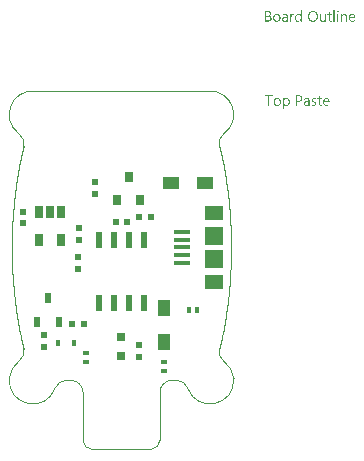
<source format=gtp>
G04*
G04 #@! TF.GenerationSoftware,Altium Limited,Altium Designer,21.9.2 (33)*
G04*
G04 Layer_Color=8421504*
%FSAX25Y25*%
%MOIN*%
G70*
G04*
G04 #@! TF.SameCoordinates,B38DDDDE-E499-4E20-BA9E-D90CFE60B386*
G04*
G04*
G04 #@! TF.FilePolarity,Positive*
G04*
G01*
G75*
%ADD13C,0.00394*%
%ADD14R,0.02362X0.05512*%
%ADD15R,0.05315X0.01575*%
%ADD16R,0.06102X0.05906*%
%ADD17R,0.02756X0.03937*%
%ADD18R,0.04331X0.05315*%
%ADD19R,0.01280X0.02461*%
%ADD20R,0.02165X0.01968*%
%ADD21R,0.02756X0.02756*%
%ADD22R,0.05315X0.04331*%
%ADD23R,0.02461X0.01280*%
%ADD24R,0.02165X0.01968*%
%ADD25R,0.01968X0.02165*%
%ADD26R,0.01575X0.02362*%
%ADD27R,0.02362X0.03543*%
%ADD28R,0.01968X0.02165*%
%ADD29R,0.03150X0.03543*%
%ADD30R,0.06102X0.04724*%
%ADD31R,0.06102X0.04724*%
G36*
X0072142Y0146274D02*
X0072167D01*
X0072223Y0146249D01*
X0072254Y0146231D01*
X0072285Y0146206D01*
X0072291Y0146200D01*
X0072297Y0146194D01*
X0072328Y0146157D01*
X0072353Y0146095D01*
X0072359Y0146057D01*
X0072365Y0146020D01*
Y0146014D01*
Y0146002D01*
X0072359Y0145983D01*
X0072353Y0145958D01*
X0072334Y0145897D01*
X0072309Y0145866D01*
X0072285Y0145835D01*
X0072278D01*
X0072272Y0145822D01*
X0072235Y0145798D01*
X0072179Y0145773D01*
X0072142Y0145767D01*
X0072105Y0145760D01*
X0072086D01*
X0072068Y0145767D01*
X0072043D01*
X0071981Y0145791D01*
X0071950Y0145804D01*
X0071919Y0145828D01*
Y0145835D01*
X0071907Y0145841D01*
X0071895Y0145860D01*
X0071882Y0145878D01*
X0071857Y0145940D01*
X0071851Y0145977D01*
X0071845Y0146020D01*
Y0146027D01*
Y0146039D01*
X0071851Y0146057D01*
X0071857Y0146089D01*
X0071876Y0146144D01*
X0071895Y0146175D01*
X0071919Y0146206D01*
X0071925Y0146212D01*
X0071932Y0146219D01*
X0071969Y0146243D01*
X0072031Y0146268D01*
X0072068Y0146280D01*
X0072124D01*
X0072142Y0146274D01*
D02*
G37*
G36*
X0060152Y0142610D02*
X0059750D01*
Y0143031D01*
X0059737D01*
Y0143024D01*
X0059725Y0143012D01*
X0059706Y0142987D01*
X0059688Y0142956D01*
X0059657Y0142919D01*
X0059620Y0142882D01*
X0059576Y0142839D01*
X0059527Y0142795D01*
X0059471Y0142746D01*
X0059403Y0142703D01*
X0059335Y0142665D01*
X0059255Y0142628D01*
X0059174Y0142597D01*
X0059081Y0142573D01*
X0058982Y0142560D01*
X0058877Y0142554D01*
X0058834D01*
X0058797Y0142560D01*
X0058759Y0142566D01*
X0058710Y0142573D01*
X0058605Y0142597D01*
X0058481Y0142634D01*
X0058357Y0142696D01*
X0058289Y0142734D01*
X0058233Y0142777D01*
X0058171Y0142833D01*
X0058116Y0142888D01*
Y0142894D01*
X0058103Y0142907D01*
X0058091Y0142925D01*
X0058072Y0142950D01*
X0058054Y0142981D01*
X0058029Y0143024D01*
X0058004Y0143074D01*
X0057979Y0143130D01*
X0057948Y0143192D01*
X0057924Y0143260D01*
X0057899Y0143334D01*
X0057880Y0143414D01*
X0057862Y0143501D01*
X0057849Y0143600D01*
X0057843Y0143699D01*
X0057837Y0143804D01*
Y0143811D01*
Y0143829D01*
Y0143866D01*
X0057843Y0143910D01*
X0057849Y0143959D01*
X0057856Y0144021D01*
X0057862Y0144089D01*
X0057874Y0144163D01*
X0057911Y0144324D01*
X0057967Y0144492D01*
X0058004Y0144572D01*
X0058047Y0144652D01*
X0058091Y0144727D01*
X0058147Y0144801D01*
X0058153Y0144807D01*
X0058159Y0144819D01*
X0058178Y0144838D01*
X0058202Y0144863D01*
X0058233Y0144888D01*
X0058276Y0144919D01*
X0058320Y0144956D01*
X0058369Y0144993D01*
X0058493Y0145061D01*
X0058636Y0145123D01*
X0058716Y0145141D01*
X0058803Y0145160D01*
X0058889Y0145172D01*
X0058988Y0145179D01*
X0059038D01*
X0059075Y0145172D01*
X0059112Y0145166D01*
X0059162Y0145160D01*
X0059273Y0145129D01*
X0059397Y0145080D01*
X0059459Y0145049D01*
X0059521Y0145005D01*
X0059583Y0144962D01*
X0059638Y0144906D01*
X0059688Y0144844D01*
X0059737Y0144770D01*
X0059750D01*
Y0146330D01*
X0060152D01*
Y0142610D01*
D02*
G37*
G36*
X0074420Y0145172D02*
X0074494Y0145166D01*
X0074587Y0145148D01*
X0074686Y0145117D01*
X0074792Y0145067D01*
X0074897Y0144999D01*
X0074940Y0144962D01*
X0074983Y0144912D01*
X0074996Y0144900D01*
X0075020Y0144863D01*
X0075051Y0144801D01*
X0075095Y0144714D01*
X0075132Y0144609D01*
X0075169Y0144479D01*
X0075194Y0144324D01*
X0075200Y0144145D01*
Y0142610D01*
X0074798D01*
Y0144040D01*
Y0144046D01*
Y0144077D01*
X0074792Y0144114D01*
Y0144163D01*
X0074779Y0144225D01*
X0074767Y0144293D01*
X0074748Y0144368D01*
X0074723Y0144442D01*
X0074692Y0144516D01*
X0074655Y0144584D01*
X0074606Y0144652D01*
X0074550Y0144714D01*
X0074488Y0144764D01*
X0074408Y0144801D01*
X0074321Y0144832D01*
X0074216Y0144838D01*
X0074203D01*
X0074166Y0144832D01*
X0074111Y0144826D01*
X0074042Y0144807D01*
X0073962Y0144782D01*
X0073875Y0144739D01*
X0073795Y0144683D01*
X0073714Y0144609D01*
X0073708Y0144597D01*
X0073684Y0144572D01*
X0073652Y0144522D01*
X0073615Y0144454D01*
X0073578Y0144374D01*
X0073547Y0144275D01*
X0073523Y0144163D01*
X0073516Y0144040D01*
Y0142610D01*
X0073114D01*
Y0145123D01*
X0073516D01*
Y0144702D01*
X0073529D01*
X0073535Y0144708D01*
X0073541Y0144720D01*
X0073560Y0144745D01*
X0073584Y0144776D01*
X0073609Y0144813D01*
X0073646Y0144851D01*
X0073690Y0144894D01*
X0073739Y0144943D01*
X0073795Y0144987D01*
X0073857Y0145030D01*
X0073925Y0145067D01*
X0073999Y0145104D01*
X0074073Y0145135D01*
X0074160Y0145160D01*
X0074253Y0145172D01*
X0074352Y0145179D01*
X0074389D01*
X0074420Y0145172D01*
D02*
G37*
G36*
X0057422Y0145160D02*
X0057497Y0145154D01*
X0057540Y0145141D01*
X0057571Y0145129D01*
Y0144714D01*
X0057565Y0144720D01*
X0057552Y0144727D01*
X0057528Y0144739D01*
X0057497Y0144758D01*
X0057453Y0144770D01*
X0057398Y0144782D01*
X0057336Y0144789D01*
X0057268Y0144795D01*
X0057255D01*
X0057224Y0144789D01*
X0057175Y0144782D01*
X0057119Y0144764D01*
X0057045Y0144733D01*
X0056977Y0144690D01*
X0056902Y0144628D01*
X0056834Y0144547D01*
X0056828Y0144535D01*
X0056810Y0144504D01*
X0056779Y0144448D01*
X0056748Y0144374D01*
X0056717Y0144281D01*
X0056686Y0144163D01*
X0056667Y0144033D01*
X0056661Y0143885D01*
Y0142610D01*
X0056259D01*
Y0145123D01*
X0056661D01*
Y0144603D01*
X0056673D01*
Y0144609D01*
X0056679Y0144615D01*
X0056692Y0144646D01*
X0056710Y0144696D01*
X0056741Y0144758D01*
X0056772Y0144819D01*
X0056822Y0144888D01*
X0056871Y0144956D01*
X0056933Y0145018D01*
X0056940Y0145024D01*
X0056964Y0145042D01*
X0057001Y0145067D01*
X0057051Y0145092D01*
X0057107Y0145117D01*
X0057175Y0145141D01*
X0057249Y0145160D01*
X0057329Y0145166D01*
X0057385D01*
X0057422Y0145160D01*
D02*
G37*
G36*
X0068162Y0142610D02*
X0067760D01*
Y0143006D01*
X0067747D01*
Y0143000D01*
X0067735Y0142987D01*
X0067722Y0142963D01*
X0067698Y0142938D01*
X0067642Y0142864D01*
X0067555Y0142783D01*
X0067506Y0142740D01*
X0067450Y0142696D01*
X0067388Y0142659D01*
X0067314Y0142622D01*
X0067240Y0142597D01*
X0067159Y0142573D01*
X0067066Y0142560D01*
X0066974Y0142554D01*
X0066936D01*
X0066893Y0142560D01*
X0066831Y0142573D01*
X0066763Y0142585D01*
X0066689Y0142610D01*
X0066608Y0142641D01*
X0066528Y0142690D01*
X0066441Y0142746D01*
X0066361Y0142814D01*
X0066286Y0142901D01*
X0066218Y0143006D01*
X0066156Y0143123D01*
X0066113Y0143266D01*
X0066088Y0143433D01*
X0066076Y0143520D01*
Y0143619D01*
Y0145123D01*
X0066472D01*
Y0143681D01*
Y0143674D01*
Y0143650D01*
X0066478Y0143606D01*
X0066484Y0143557D01*
X0066491Y0143495D01*
X0066503Y0143433D01*
X0066522Y0143359D01*
X0066546Y0143284D01*
X0066584Y0143210D01*
X0066621Y0143142D01*
X0066670Y0143074D01*
X0066732Y0143012D01*
X0066800Y0142963D01*
X0066881Y0142925D01*
X0066980Y0142894D01*
X0067085Y0142888D01*
X0067097D01*
X0067134Y0142894D01*
X0067190Y0142901D01*
X0067252Y0142913D01*
X0067333Y0142944D01*
X0067413Y0142981D01*
X0067493Y0143031D01*
X0067568Y0143105D01*
X0067574Y0143117D01*
X0067599Y0143142D01*
X0067630Y0143192D01*
X0067667Y0143260D01*
X0067698Y0143340D01*
X0067729Y0143439D01*
X0067753Y0143551D01*
X0067760Y0143674D01*
Y0145123D01*
X0068162D01*
Y0142610D01*
D02*
G37*
G36*
X0072297D02*
X0071895D01*
Y0145123D01*
X0072297D01*
Y0142610D01*
D02*
G37*
G36*
X0071078D02*
X0070675D01*
Y0146330D01*
X0071078D01*
Y0142610D01*
D02*
G37*
G36*
X0054699Y0145172D02*
X0054754Y0145166D01*
X0054822Y0145148D01*
X0054897Y0145129D01*
X0054977Y0145098D01*
X0055064Y0145061D01*
X0055144Y0145011D01*
X0055225Y0144949D01*
X0055299Y0144875D01*
X0055367Y0144782D01*
X0055423Y0144677D01*
X0055466Y0144553D01*
X0055491Y0144411D01*
X0055503Y0144244D01*
Y0142610D01*
X0055101D01*
Y0143000D01*
X0055089D01*
Y0142993D01*
X0055076Y0142981D01*
X0055064Y0142956D01*
X0055039Y0142932D01*
X0054977Y0142857D01*
X0054897Y0142777D01*
X0054785Y0142696D01*
X0054655Y0142622D01*
X0054575Y0142597D01*
X0054495Y0142573D01*
X0054408Y0142560D01*
X0054315Y0142554D01*
X0054278D01*
X0054253Y0142560D01*
X0054185Y0142566D01*
X0054105Y0142579D01*
X0054005Y0142604D01*
X0053913Y0142634D01*
X0053814Y0142684D01*
X0053727Y0142746D01*
X0053721Y0142758D01*
X0053696Y0142783D01*
X0053659Y0142826D01*
X0053622Y0142888D01*
X0053584Y0142963D01*
X0053547Y0143049D01*
X0053523Y0143154D01*
X0053516Y0143272D01*
Y0143278D01*
Y0143303D01*
X0053523Y0143340D01*
X0053529Y0143384D01*
X0053541Y0143439D01*
X0053560Y0143501D01*
X0053584Y0143569D01*
X0053622Y0143637D01*
X0053665Y0143711D01*
X0053721Y0143786D01*
X0053789Y0143854D01*
X0053869Y0143916D01*
X0053962Y0143978D01*
X0054074Y0144027D01*
X0054197Y0144064D01*
X0054346Y0144095D01*
X0055101Y0144201D01*
Y0144207D01*
Y0144225D01*
X0055095Y0144262D01*
Y0144300D01*
X0055082Y0144349D01*
X0055076Y0144405D01*
X0055039Y0144522D01*
X0055008Y0144578D01*
X0054977Y0144634D01*
X0054934Y0144690D01*
X0054884Y0144739D01*
X0054822Y0144782D01*
X0054754Y0144813D01*
X0054674Y0144832D01*
X0054581Y0144838D01*
X0054538D01*
X0054507Y0144832D01*
X0054463D01*
X0054420Y0144819D01*
X0054309Y0144801D01*
X0054185Y0144764D01*
X0054049Y0144708D01*
X0053974Y0144671D01*
X0053906Y0144634D01*
X0053832Y0144584D01*
X0053764Y0144529D01*
Y0144943D01*
X0053770D01*
X0053783Y0144956D01*
X0053801Y0144968D01*
X0053832Y0144981D01*
X0053863Y0144999D01*
X0053906Y0145018D01*
X0053956Y0145036D01*
X0054012Y0145061D01*
X0054135Y0145104D01*
X0054284Y0145141D01*
X0054445Y0145166D01*
X0054618Y0145179D01*
X0054655D01*
X0054699Y0145172D01*
D02*
G37*
G36*
X0049010Y0146119D02*
X0049053D01*
X0049097Y0146113D01*
X0049196Y0146101D01*
X0049313Y0146070D01*
X0049437Y0146033D01*
X0049555Y0145977D01*
X0049660Y0145903D01*
X0049666D01*
X0049672Y0145890D01*
X0049703Y0145866D01*
X0049747Y0145816D01*
X0049796Y0145748D01*
X0049840Y0145661D01*
X0049883Y0145562D01*
X0049914Y0145451D01*
X0049926Y0145389D01*
Y0145321D01*
Y0145315D01*
Y0145308D01*
Y0145271D01*
X0049920Y0145216D01*
X0049908Y0145148D01*
X0049889Y0145061D01*
X0049858Y0144974D01*
X0049821Y0144888D01*
X0049765Y0144801D01*
X0049759Y0144789D01*
X0049734Y0144764D01*
X0049697Y0144727D01*
X0049648Y0144677D01*
X0049586Y0144628D01*
X0049512Y0144572D01*
X0049419Y0144529D01*
X0049320Y0144485D01*
Y0144479D01*
X0049338D01*
X0049357Y0144473D01*
X0049375Y0144467D01*
X0049443Y0144454D01*
X0049524Y0144430D01*
X0049611Y0144392D01*
X0049703Y0144349D01*
X0049796Y0144287D01*
X0049883Y0144207D01*
X0049895Y0144194D01*
X0049920Y0144163D01*
X0049951Y0144120D01*
X0049994Y0144052D01*
X0050032Y0143965D01*
X0050069Y0143866D01*
X0050093Y0143749D01*
X0050100Y0143619D01*
Y0143613D01*
Y0143600D01*
Y0143575D01*
X0050093Y0143544D01*
X0050087Y0143507D01*
X0050081Y0143464D01*
X0050056Y0143359D01*
X0050019Y0143241D01*
X0049963Y0143117D01*
X0049926Y0143062D01*
X0049883Y0143000D01*
X0049827Y0142944D01*
X0049771Y0142888D01*
X0049765D01*
X0049759Y0142876D01*
X0049740Y0142864D01*
X0049716Y0142845D01*
X0049685Y0142826D01*
X0049641Y0142802D01*
X0049549Y0142752D01*
X0049431Y0142696D01*
X0049295Y0142653D01*
X0049134Y0142622D01*
X0049053Y0142616D01*
X0048961Y0142610D01*
X0047933D01*
Y0146126D01*
X0048979D01*
X0049010Y0146119D01*
D02*
G37*
G36*
X0069505Y0145123D02*
X0070143D01*
Y0144776D01*
X0069505D01*
Y0143359D01*
Y0143346D01*
Y0143315D01*
X0069511Y0143272D01*
X0069518Y0143216D01*
X0069542Y0143099D01*
X0069561Y0143043D01*
X0069592Y0143000D01*
X0069598Y0142993D01*
X0069610Y0142981D01*
X0069629Y0142969D01*
X0069660Y0142950D01*
X0069697Y0142925D01*
X0069747Y0142913D01*
X0069809Y0142901D01*
X0069877Y0142894D01*
X0069901D01*
X0069932Y0142901D01*
X0069969Y0142907D01*
X0070056Y0142932D01*
X0070100Y0142950D01*
X0070143Y0142975D01*
Y0142628D01*
X0070137D01*
X0070118Y0142616D01*
X0070087Y0142610D01*
X0070044Y0142597D01*
X0069988Y0142585D01*
X0069926Y0142573D01*
X0069852Y0142566D01*
X0069765Y0142560D01*
X0069734D01*
X0069703Y0142566D01*
X0069660Y0142573D01*
X0069610Y0142585D01*
X0069555Y0142597D01*
X0069499Y0142622D01*
X0069437Y0142653D01*
X0069375Y0142690D01*
X0069313Y0142740D01*
X0069258Y0142795D01*
X0069208Y0142870D01*
X0069165Y0142950D01*
X0069134Y0143049D01*
X0069109Y0143161D01*
X0069103Y0143291D01*
Y0144776D01*
X0068676D01*
Y0145123D01*
X0069103D01*
Y0145736D01*
X0069505Y0145866D01*
Y0145123D01*
D02*
G37*
G36*
X0077032Y0145172D02*
X0077076Y0145166D01*
X0077119Y0145160D01*
X0077230Y0145141D01*
X0077354Y0145098D01*
X0077478Y0145042D01*
X0077540Y0145005D01*
X0077602Y0144962D01*
X0077657Y0144912D01*
X0077713Y0144857D01*
X0077719Y0144851D01*
X0077725Y0144844D01*
X0077738Y0144826D01*
X0077757Y0144801D01*
X0077775Y0144764D01*
X0077800Y0144727D01*
X0077825Y0144683D01*
X0077849Y0144628D01*
X0077874Y0144566D01*
X0077899Y0144504D01*
X0077924Y0144430D01*
X0077942Y0144349D01*
X0077961Y0144262D01*
X0077973Y0144176D01*
X0077986Y0144077D01*
Y0143972D01*
Y0143761D01*
X0076209D01*
Y0143755D01*
Y0143743D01*
Y0143724D01*
X0076215Y0143693D01*
X0076221Y0143656D01*
Y0143619D01*
X0076240Y0143520D01*
X0076271Y0143421D01*
X0076308Y0143309D01*
X0076364Y0143204D01*
X0076432Y0143111D01*
X0076444Y0143099D01*
X0076469Y0143074D01*
X0076518Y0143043D01*
X0076587Y0143000D01*
X0076673Y0142956D01*
X0076772Y0142925D01*
X0076890Y0142901D01*
X0077026Y0142888D01*
X0077069D01*
X0077100Y0142894D01*
X0077138D01*
X0077181Y0142901D01*
X0077286Y0142925D01*
X0077404Y0142956D01*
X0077534Y0143006D01*
X0077670Y0143074D01*
X0077738Y0143117D01*
X0077806Y0143167D01*
Y0142789D01*
X0077800D01*
X0077794Y0142777D01*
X0077775Y0142771D01*
X0077744Y0142752D01*
X0077713Y0142734D01*
X0077676Y0142715D01*
X0077627Y0142696D01*
X0077577Y0142672D01*
X0077515Y0142647D01*
X0077447Y0142628D01*
X0077298Y0142591D01*
X0077125Y0142566D01*
X0076933Y0142554D01*
X0076884D01*
X0076847Y0142560D01*
X0076803Y0142566D01*
X0076748Y0142573D01*
X0076630Y0142597D01*
X0076494Y0142634D01*
X0076358Y0142696D01*
X0076289Y0142740D01*
X0076221Y0142783D01*
X0076160Y0142833D01*
X0076098Y0142894D01*
X0076091Y0142901D01*
X0076085Y0142913D01*
X0076073Y0142932D01*
X0076048Y0142956D01*
X0076029Y0142993D01*
X0076005Y0143037D01*
X0075974Y0143086D01*
X0075949Y0143142D01*
X0075918Y0143204D01*
X0075893Y0143278D01*
X0075862Y0143359D01*
X0075844Y0143445D01*
X0075825Y0143538D01*
X0075807Y0143637D01*
X0075800Y0143743D01*
X0075794Y0143854D01*
Y0143860D01*
Y0143879D01*
Y0143910D01*
X0075800Y0143953D01*
X0075807Y0144002D01*
X0075813Y0144058D01*
X0075819Y0144126D01*
X0075838Y0144194D01*
X0075875Y0144343D01*
X0075930Y0144504D01*
X0075968Y0144584D01*
X0076017Y0144659D01*
X0076067Y0144739D01*
X0076122Y0144807D01*
X0076129Y0144813D01*
X0076141Y0144826D01*
X0076160Y0144844D01*
X0076184Y0144863D01*
X0076215Y0144894D01*
X0076252Y0144925D01*
X0076302Y0144956D01*
X0076351Y0144993D01*
X0076469Y0145061D01*
X0076611Y0145123D01*
X0076692Y0145141D01*
X0076772Y0145160D01*
X0076859Y0145172D01*
X0076952Y0145179D01*
X0077001D01*
X0077032Y0145172D01*
D02*
G37*
G36*
X0063990Y0146181D02*
X0064052Y0146175D01*
X0064126Y0146163D01*
X0064207Y0146144D01*
X0064293Y0146126D01*
X0064380Y0146101D01*
X0064479Y0146070D01*
X0064572Y0146027D01*
X0064671Y0145977D01*
X0064770Y0145921D01*
X0064863Y0145853D01*
X0064956Y0145779D01*
X0065042Y0145692D01*
X0065048Y0145686D01*
X0065061Y0145668D01*
X0065086Y0145643D01*
X0065110Y0145606D01*
X0065148Y0145556D01*
X0065185Y0145494D01*
X0065222Y0145426D01*
X0065265Y0145352D01*
X0065308Y0145259D01*
X0065346Y0145166D01*
X0065383Y0145061D01*
X0065420Y0144943D01*
X0065445Y0144826D01*
X0065469Y0144696D01*
X0065482Y0144553D01*
X0065488Y0144411D01*
Y0144399D01*
Y0144374D01*
Y0144331D01*
X0065482Y0144269D01*
X0065475Y0144194D01*
X0065463Y0144114D01*
X0065451Y0144021D01*
X0065432Y0143916D01*
X0065407Y0143811D01*
X0065377Y0143699D01*
X0065339Y0143588D01*
X0065296Y0143476D01*
X0065240Y0143359D01*
X0065178Y0143254D01*
X0065110Y0143148D01*
X0065030Y0143049D01*
X0065024Y0143043D01*
X0065011Y0143031D01*
X0064980Y0143006D01*
X0064949Y0142975D01*
X0064900Y0142932D01*
X0064844Y0142894D01*
X0064782Y0142845D01*
X0064708Y0142802D01*
X0064627Y0142758D01*
X0064535Y0142709D01*
X0064436Y0142672D01*
X0064324Y0142634D01*
X0064207Y0142597D01*
X0064083Y0142573D01*
X0063953Y0142560D01*
X0063810Y0142554D01*
X0063779D01*
X0063736Y0142560D01*
X0063687D01*
X0063625Y0142566D01*
X0063550Y0142579D01*
X0063470Y0142597D01*
X0063377Y0142616D01*
X0063284Y0142641D01*
X0063185Y0142672D01*
X0063086Y0142715D01*
X0062987Y0142758D01*
X0062888Y0142814D01*
X0062789Y0142882D01*
X0062696Y0142956D01*
X0062610Y0143043D01*
X0062603Y0143049D01*
X0062591Y0143068D01*
X0062566Y0143093D01*
X0062542Y0143130D01*
X0062504Y0143179D01*
X0062467Y0143241D01*
X0062430Y0143309D01*
X0062387Y0143390D01*
X0062343Y0143476D01*
X0062306Y0143569D01*
X0062269Y0143674D01*
X0062232Y0143792D01*
X0062207Y0143910D01*
X0062182Y0144040D01*
X0062170Y0144182D01*
X0062164Y0144324D01*
Y0144337D01*
Y0144361D01*
X0062170Y0144405D01*
Y0144467D01*
X0062176Y0144535D01*
X0062189Y0144622D01*
X0062201Y0144714D01*
X0062220Y0144813D01*
X0062244Y0144919D01*
X0062275Y0145030D01*
X0062312Y0145141D01*
X0062356Y0145253D01*
X0062411Y0145364D01*
X0062473Y0145476D01*
X0062542Y0145581D01*
X0062622Y0145680D01*
X0062628Y0145686D01*
X0062641Y0145705D01*
X0062672Y0145729D01*
X0062709Y0145760D01*
X0062752Y0145798D01*
X0062808Y0145841D01*
X0062876Y0145884D01*
X0062950Y0145934D01*
X0063037Y0145983D01*
X0063130Y0146027D01*
X0063228Y0146070D01*
X0063340Y0146107D01*
X0063464Y0146138D01*
X0063594Y0146169D01*
X0063730Y0146181D01*
X0063872Y0146187D01*
X0063940D01*
X0063990Y0146181D01*
D02*
G37*
G36*
X0051963Y0145172D02*
X0052006Y0145166D01*
X0052062Y0145160D01*
X0052186Y0145135D01*
X0052328Y0145092D01*
X0052470Y0145030D01*
X0052545Y0144993D01*
X0052613Y0144949D01*
X0052681Y0144894D01*
X0052743Y0144832D01*
X0052749Y0144826D01*
X0052755Y0144813D01*
X0052774Y0144795D01*
X0052792Y0144770D01*
X0052817Y0144733D01*
X0052842Y0144690D01*
X0052873Y0144640D01*
X0052904Y0144584D01*
X0052928Y0144516D01*
X0052959Y0144448D01*
X0052984Y0144368D01*
X0053009Y0144281D01*
X0053027Y0144188D01*
X0053046Y0144089D01*
X0053052Y0143984D01*
X0053058Y0143872D01*
Y0143866D01*
Y0143848D01*
Y0143817D01*
X0053052Y0143773D01*
X0053046Y0143724D01*
X0053040Y0143662D01*
X0053027Y0143600D01*
X0053015Y0143526D01*
X0052978Y0143377D01*
X0052916Y0143216D01*
X0052879Y0143136D01*
X0052829Y0143055D01*
X0052780Y0142981D01*
X0052718Y0142913D01*
X0052712Y0142907D01*
X0052699Y0142901D01*
X0052681Y0142882D01*
X0052656Y0142857D01*
X0052619Y0142833D01*
X0052582Y0142802D01*
X0052532Y0142764D01*
X0052477Y0142734D01*
X0052415Y0142703D01*
X0052346Y0142665D01*
X0052272Y0142634D01*
X0052192Y0142610D01*
X0052105Y0142585D01*
X0052012Y0142573D01*
X0051913Y0142560D01*
X0051808Y0142554D01*
X0051752D01*
X0051715Y0142560D01*
X0051672Y0142566D01*
X0051616Y0142573D01*
X0051554Y0142585D01*
X0051486Y0142597D01*
X0051344Y0142641D01*
X0051195Y0142703D01*
X0051121Y0142740D01*
X0051053Y0142789D01*
X0050985Y0142839D01*
X0050917Y0142901D01*
X0050910Y0142907D01*
X0050904Y0142919D01*
X0050886Y0142938D01*
X0050867Y0142963D01*
X0050842Y0143000D01*
X0050811Y0143043D01*
X0050780Y0143093D01*
X0050756Y0143148D01*
X0050725Y0143216D01*
X0050694Y0143284D01*
X0050663Y0143359D01*
X0050638Y0143445D01*
X0050601Y0143631D01*
X0050595Y0143730D01*
X0050589Y0143835D01*
Y0143842D01*
Y0143866D01*
Y0143897D01*
X0050595Y0143941D01*
X0050601Y0143990D01*
X0050607Y0144052D01*
X0050620Y0144120D01*
X0050632Y0144194D01*
X0050669Y0144355D01*
X0050731Y0144516D01*
X0050774Y0144597D01*
X0050818Y0144677D01*
X0050867Y0144751D01*
X0050929Y0144819D01*
X0050935Y0144826D01*
X0050948Y0144838D01*
X0050966Y0144851D01*
X0050991Y0144875D01*
X0051028Y0144900D01*
X0051071Y0144931D01*
X0051121Y0144968D01*
X0051177Y0144999D01*
X0051239Y0145030D01*
X0051313Y0145067D01*
X0051387Y0145098D01*
X0051474Y0145123D01*
X0051560Y0145148D01*
X0051659Y0145166D01*
X0051765Y0145172D01*
X0051870Y0145179D01*
X0051926D01*
X0051963Y0145172D01*
D02*
G37*
G36*
X0055175Y0117134D02*
X0055219Y0117128D01*
X0055262Y0117122D01*
X0055373Y0117097D01*
X0055497Y0117060D01*
X0055621Y0116998D01*
X0055683Y0116961D01*
X0055745Y0116911D01*
X0055800Y0116862D01*
X0055856Y0116800D01*
X0055862Y0116794D01*
X0055869Y0116788D01*
X0055881Y0116763D01*
X0055900Y0116738D01*
X0055918Y0116707D01*
X0055943Y0116664D01*
X0055968Y0116614D01*
X0055992Y0116565D01*
X0056017Y0116503D01*
X0056042Y0116435D01*
X0056067Y0116360D01*
X0056085Y0116280D01*
X0056116Y0116100D01*
X0056129Y0116001D01*
Y0115896D01*
Y0115890D01*
Y0115871D01*
Y0115834D01*
X0056122Y0115791D01*
Y0115741D01*
X0056110Y0115680D01*
X0056104Y0115611D01*
X0056091Y0115537D01*
X0056054Y0115376D01*
X0055999Y0115209D01*
X0055962Y0115129D01*
X0055924Y0115048D01*
X0055875Y0114968D01*
X0055819Y0114893D01*
X0055813Y0114887D01*
X0055807Y0114875D01*
X0055788Y0114856D01*
X0055763Y0114838D01*
X0055733Y0114807D01*
X0055695Y0114776D01*
X0055652Y0114739D01*
X0055603Y0114708D01*
X0055547Y0114671D01*
X0055485Y0114633D01*
X0055336Y0114578D01*
X0055256Y0114553D01*
X0055175Y0114534D01*
X0055082Y0114522D01*
X0054984Y0114516D01*
X0054934D01*
X0054903Y0114522D01*
X0054860Y0114528D01*
X0054816Y0114541D01*
X0054705Y0114565D01*
X0054587Y0114615D01*
X0054519Y0114652D01*
X0054457Y0114689D01*
X0054395Y0114739D01*
X0054340Y0114794D01*
X0054278Y0114856D01*
X0054228Y0114930D01*
X0054216D01*
Y0113420D01*
X0053814D01*
Y0117085D01*
X0054216D01*
Y0116639D01*
X0054228D01*
X0054234Y0116645D01*
X0054241Y0116664D01*
X0054259Y0116689D01*
X0054284Y0116719D01*
X0054315Y0116756D01*
X0054352Y0116800D01*
X0054395Y0116843D01*
X0054451Y0116893D01*
X0054507Y0116936D01*
X0054569Y0116979D01*
X0054643Y0117023D01*
X0054717Y0117060D01*
X0054804Y0117097D01*
X0054897Y0117122D01*
X0054990Y0117134D01*
X0055095Y0117140D01*
X0055144D01*
X0055175Y0117134D01*
D02*
G37*
G36*
X0064448D02*
X0064528Y0117128D01*
X0064615Y0117116D01*
X0064714Y0117091D01*
X0064813Y0117066D01*
X0064912Y0117029D01*
Y0116620D01*
X0064900Y0116627D01*
X0064863Y0116651D01*
X0064807Y0116676D01*
X0064733Y0116713D01*
X0064640Y0116744D01*
X0064528Y0116775D01*
X0064405Y0116794D01*
X0064275Y0116800D01*
X0064207D01*
X0064145Y0116788D01*
X0064070Y0116775D01*
X0064064D01*
X0064058Y0116769D01*
X0064021Y0116756D01*
X0063971Y0116732D01*
X0063916Y0116701D01*
X0063903Y0116695D01*
X0063879Y0116670D01*
X0063848Y0116633D01*
X0063817Y0116589D01*
X0063810Y0116577D01*
X0063798Y0116546D01*
X0063786Y0116503D01*
X0063779Y0116447D01*
Y0116441D01*
Y0116428D01*
Y0116410D01*
X0063786Y0116391D01*
X0063798Y0116336D01*
X0063817Y0116280D01*
X0063823Y0116268D01*
X0063841Y0116243D01*
X0063879Y0116206D01*
X0063922Y0116162D01*
X0063928D01*
X0063934Y0116156D01*
X0063971Y0116131D01*
X0064021Y0116100D01*
X0064089Y0116069D01*
X0064095D01*
X0064108Y0116063D01*
X0064126Y0116057D01*
X0064157Y0116045D01*
X0064225Y0116020D01*
X0064312Y0115983D01*
X0064318D01*
X0064343Y0115970D01*
X0064374Y0115958D01*
X0064411Y0115946D01*
X0064510Y0115902D01*
X0064609Y0115853D01*
X0064615D01*
X0064634Y0115840D01*
X0064658Y0115828D01*
X0064689Y0115810D01*
X0064764Y0115760D01*
X0064838Y0115698D01*
X0064844Y0115692D01*
X0064856Y0115686D01*
X0064869Y0115667D01*
X0064894Y0115642D01*
X0064937Y0115580D01*
X0064980Y0115500D01*
Y0115494D01*
X0064986Y0115481D01*
X0064999Y0115457D01*
X0065005Y0115426D01*
X0065017Y0115389D01*
X0065024Y0115345D01*
X0065030Y0115240D01*
Y0115234D01*
Y0115209D01*
X0065024Y0115172D01*
X0065017Y0115129D01*
X0065011Y0115079D01*
X0064993Y0115023D01*
X0064974Y0114974D01*
X0064943Y0114918D01*
X0064937Y0114912D01*
X0064931Y0114893D01*
X0064912Y0114869D01*
X0064887Y0114838D01*
X0064856Y0114801D01*
X0064819Y0114763D01*
X0064727Y0114689D01*
X0064720Y0114683D01*
X0064702Y0114677D01*
X0064677Y0114658D01*
X0064634Y0114640D01*
X0064590Y0114615D01*
X0064535Y0114596D01*
X0064479Y0114578D01*
X0064411Y0114559D01*
X0064405D01*
X0064380Y0114553D01*
X0064343Y0114547D01*
X0064299Y0114541D01*
X0064237Y0114528D01*
X0064176Y0114522D01*
X0064033Y0114516D01*
X0063971D01*
X0063897Y0114522D01*
X0063804Y0114534D01*
X0063699Y0114553D01*
X0063588Y0114578D01*
X0063476Y0114609D01*
X0063365Y0114658D01*
Y0115091D01*
X0063371D01*
X0063377Y0115079D01*
X0063396Y0115067D01*
X0063420Y0115054D01*
X0063489Y0115017D01*
X0063581Y0114974D01*
X0063687Y0114924D01*
X0063810Y0114887D01*
X0063947Y0114862D01*
X0064089Y0114850D01*
X0064139D01*
X0064169Y0114856D01*
X0064256Y0114869D01*
X0064355Y0114893D01*
X0064448Y0114937D01*
X0064491Y0114968D01*
X0064535Y0114999D01*
X0064566Y0115042D01*
X0064590Y0115085D01*
X0064609Y0115141D01*
X0064615Y0115203D01*
Y0115209D01*
Y0115221D01*
Y0115240D01*
X0064609Y0115259D01*
X0064596Y0115314D01*
X0064572Y0115370D01*
Y0115376D01*
X0064566Y0115382D01*
X0064541Y0115413D01*
X0064504Y0115457D01*
X0064448Y0115494D01*
X0064442D01*
X0064436Y0115506D01*
X0064398Y0115525D01*
X0064343Y0115562D01*
X0064268Y0115593D01*
X0064262D01*
X0064250Y0115599D01*
X0064231Y0115611D01*
X0064200Y0115624D01*
X0064132Y0115648D01*
X0064046Y0115686D01*
X0064039D01*
X0064015Y0115698D01*
X0063984Y0115710D01*
X0063947Y0115723D01*
X0063848Y0115766D01*
X0063749Y0115816D01*
X0063742Y0115822D01*
X0063730Y0115828D01*
X0063705Y0115840D01*
X0063674Y0115859D01*
X0063606Y0115909D01*
X0063538Y0115964D01*
X0063532Y0115970D01*
X0063526Y0115977D01*
X0063507Y0115995D01*
X0063489Y0116020D01*
X0063445Y0116082D01*
X0063408Y0116156D01*
Y0116162D01*
X0063402Y0116175D01*
X0063396Y0116200D01*
X0063389Y0116230D01*
X0063383Y0116268D01*
X0063377Y0116311D01*
X0063371Y0116416D01*
Y0116422D01*
Y0116447D01*
X0063377Y0116478D01*
X0063383Y0116521D01*
X0063389Y0116571D01*
X0063408Y0116620D01*
X0063427Y0116676D01*
X0063451Y0116726D01*
X0063458Y0116732D01*
X0063464Y0116750D01*
X0063482Y0116775D01*
X0063507Y0116806D01*
X0063575Y0116880D01*
X0063662Y0116955D01*
X0063668Y0116961D01*
X0063687Y0116967D01*
X0063711Y0116986D01*
X0063755Y0117004D01*
X0063798Y0117029D01*
X0063848Y0117054D01*
X0063971Y0117091D01*
X0063977D01*
X0064002Y0117097D01*
X0064033Y0117109D01*
X0064083Y0117116D01*
X0064132Y0117128D01*
X0064194Y0117134D01*
X0064330Y0117140D01*
X0064386D01*
X0064448Y0117134D01*
D02*
G37*
G36*
X0061953D02*
X0062009Y0117128D01*
X0062077Y0117109D01*
X0062151Y0117091D01*
X0062232Y0117060D01*
X0062319Y0117023D01*
X0062399Y0116973D01*
X0062480Y0116911D01*
X0062554Y0116837D01*
X0062622Y0116744D01*
X0062678Y0116639D01*
X0062721Y0116515D01*
X0062746Y0116373D01*
X0062758Y0116206D01*
Y0114571D01*
X0062356D01*
Y0114961D01*
X0062343D01*
Y0114955D01*
X0062331Y0114943D01*
X0062319Y0114918D01*
X0062294Y0114893D01*
X0062232Y0114819D01*
X0062151Y0114739D01*
X0062040Y0114658D01*
X0061910Y0114584D01*
X0061830Y0114559D01*
X0061749Y0114534D01*
X0061663Y0114522D01*
X0061570Y0114516D01*
X0061532D01*
X0061508Y0114522D01*
X0061440Y0114528D01*
X0061359Y0114541D01*
X0061260Y0114565D01*
X0061167Y0114596D01*
X0061068Y0114646D01*
X0060982Y0114708D01*
X0060975Y0114720D01*
X0060951Y0114745D01*
X0060913Y0114788D01*
X0060876Y0114850D01*
X0060839Y0114924D01*
X0060802Y0115011D01*
X0060777Y0115116D01*
X0060771Y0115234D01*
Y0115240D01*
Y0115265D01*
X0060777Y0115302D01*
X0060783Y0115345D01*
X0060796Y0115401D01*
X0060814Y0115463D01*
X0060839Y0115531D01*
X0060876Y0115599D01*
X0060920Y0115673D01*
X0060975Y0115748D01*
X0061044Y0115816D01*
X0061124Y0115878D01*
X0061217Y0115939D01*
X0061328Y0115989D01*
X0061452Y0116026D01*
X0061601Y0116057D01*
X0062356Y0116162D01*
Y0116168D01*
Y0116187D01*
X0062350Y0116224D01*
Y0116261D01*
X0062337Y0116311D01*
X0062331Y0116367D01*
X0062294Y0116484D01*
X0062263Y0116540D01*
X0062232Y0116596D01*
X0062189Y0116651D01*
X0062139Y0116701D01*
X0062077Y0116744D01*
X0062009Y0116775D01*
X0061929Y0116794D01*
X0061836Y0116800D01*
X0061792D01*
X0061761Y0116794D01*
X0061718D01*
X0061675Y0116781D01*
X0061563Y0116763D01*
X0061440Y0116726D01*
X0061304Y0116670D01*
X0061229Y0116633D01*
X0061161Y0116596D01*
X0061087Y0116546D01*
X0061019Y0116490D01*
Y0116905D01*
X0061025D01*
X0061037Y0116918D01*
X0061056Y0116930D01*
X0061087Y0116942D01*
X0061118Y0116961D01*
X0061161Y0116979D01*
X0061211Y0116998D01*
X0061266Y0117023D01*
X0061390Y0117066D01*
X0061539Y0117103D01*
X0061700Y0117128D01*
X0061873Y0117140D01*
X0061910D01*
X0061953Y0117134D01*
D02*
G37*
G36*
X0059255Y0118081D02*
X0059304D01*
X0059354Y0118075D01*
X0059484Y0118050D01*
X0059620Y0118019D01*
X0059768Y0117970D01*
X0059911Y0117902D01*
X0059973Y0117858D01*
X0060035Y0117809D01*
X0060041D01*
X0060047Y0117797D01*
X0060066Y0117778D01*
X0060084Y0117759D01*
X0060134Y0117697D01*
X0060195Y0117611D01*
X0060251Y0117499D01*
X0060301Y0117369D01*
X0060338Y0117215D01*
X0060344Y0117128D01*
X0060350Y0117035D01*
Y0117029D01*
Y0117010D01*
Y0116986D01*
X0060344Y0116955D01*
X0060338Y0116911D01*
X0060332Y0116862D01*
X0060307Y0116744D01*
X0060264Y0116614D01*
X0060202Y0116478D01*
X0060164Y0116410D01*
X0060121Y0116342D01*
X0060066Y0116274D01*
X0060004Y0116212D01*
X0059997Y0116206D01*
X0059985Y0116200D01*
X0059966Y0116181D01*
X0059942Y0116162D01*
X0059904Y0116138D01*
X0059861Y0116113D01*
X0059812Y0116082D01*
X0059756Y0116057D01*
X0059694Y0116026D01*
X0059626Y0115995D01*
X0059545Y0115970D01*
X0059465Y0115946D01*
X0059279Y0115909D01*
X0059180Y0115902D01*
X0059075Y0115896D01*
X0058611D01*
Y0114571D01*
X0058196D01*
Y0118087D01*
X0059217D01*
X0059255Y0118081D01*
D02*
G37*
G36*
X0050372Y0117716D02*
X0049357D01*
Y0114571D01*
X0048948D01*
Y0117716D01*
X0047933D01*
Y0118087D01*
X0050372D01*
Y0117716D01*
D02*
G37*
G36*
X0066181Y0117085D02*
X0066819D01*
Y0116738D01*
X0066181D01*
Y0115321D01*
Y0115308D01*
Y0115277D01*
X0066187Y0115234D01*
X0066194Y0115178D01*
X0066218Y0115060D01*
X0066237Y0115005D01*
X0066268Y0114961D01*
X0066274Y0114955D01*
X0066286Y0114943D01*
X0066305Y0114930D01*
X0066336Y0114912D01*
X0066373Y0114887D01*
X0066423Y0114875D01*
X0066484Y0114862D01*
X0066553Y0114856D01*
X0066577D01*
X0066608Y0114862D01*
X0066645Y0114869D01*
X0066732Y0114893D01*
X0066775Y0114912D01*
X0066819Y0114937D01*
Y0114590D01*
X0066813D01*
X0066794Y0114578D01*
X0066763Y0114571D01*
X0066720Y0114559D01*
X0066664Y0114547D01*
X0066602Y0114534D01*
X0066528Y0114528D01*
X0066441Y0114522D01*
X0066410D01*
X0066379Y0114528D01*
X0066336Y0114534D01*
X0066286Y0114547D01*
X0066231Y0114559D01*
X0066175Y0114584D01*
X0066113Y0114615D01*
X0066051Y0114652D01*
X0065989Y0114701D01*
X0065934Y0114757D01*
X0065884Y0114831D01*
X0065841Y0114912D01*
X0065810Y0115011D01*
X0065785Y0115122D01*
X0065779Y0115252D01*
Y0116738D01*
X0065352D01*
Y0117085D01*
X0065779D01*
Y0117697D01*
X0066181Y0117827D01*
Y0117085D01*
D02*
G37*
G36*
X0068422Y0117134D02*
X0068465Y0117128D01*
X0068509Y0117122D01*
X0068620Y0117103D01*
X0068744Y0117060D01*
X0068868Y0117004D01*
X0068929Y0116967D01*
X0068991Y0116924D01*
X0069047Y0116874D01*
X0069103Y0116818D01*
X0069109Y0116812D01*
X0069115Y0116806D01*
X0069128Y0116788D01*
X0069146Y0116763D01*
X0069165Y0116726D01*
X0069190Y0116689D01*
X0069214Y0116645D01*
X0069239Y0116589D01*
X0069264Y0116527D01*
X0069289Y0116466D01*
X0069313Y0116391D01*
X0069332Y0116311D01*
X0069350Y0116224D01*
X0069363Y0116138D01*
X0069375Y0116039D01*
Y0115933D01*
Y0115723D01*
X0067599D01*
Y0115717D01*
Y0115704D01*
Y0115686D01*
X0067605Y0115655D01*
X0067611Y0115618D01*
Y0115580D01*
X0067630Y0115481D01*
X0067661Y0115382D01*
X0067698Y0115271D01*
X0067753Y0115166D01*
X0067822Y0115073D01*
X0067834Y0115060D01*
X0067859Y0115036D01*
X0067908Y0115005D01*
X0067976Y0114961D01*
X0068063Y0114918D01*
X0068162Y0114887D01*
X0068280Y0114862D01*
X0068416Y0114850D01*
X0068459D01*
X0068490Y0114856D01*
X0068527D01*
X0068571Y0114862D01*
X0068676Y0114887D01*
X0068793Y0114918D01*
X0068923Y0114968D01*
X0069059Y0115036D01*
X0069128Y0115079D01*
X0069196Y0115129D01*
Y0114751D01*
X0069190D01*
X0069183Y0114739D01*
X0069165Y0114732D01*
X0069134Y0114714D01*
X0069103Y0114695D01*
X0069066Y0114677D01*
X0069016Y0114658D01*
X0068967Y0114633D01*
X0068905Y0114609D01*
X0068837Y0114590D01*
X0068688Y0114553D01*
X0068515Y0114528D01*
X0068323Y0114516D01*
X0068273D01*
X0068236Y0114522D01*
X0068193Y0114528D01*
X0068137Y0114534D01*
X0068020Y0114559D01*
X0067883Y0114596D01*
X0067747Y0114658D01*
X0067679Y0114701D01*
X0067611Y0114745D01*
X0067549Y0114794D01*
X0067487Y0114856D01*
X0067481Y0114862D01*
X0067475Y0114875D01*
X0067462Y0114893D01*
X0067438Y0114918D01*
X0067419Y0114955D01*
X0067394Y0114999D01*
X0067364Y0115048D01*
X0067339Y0115104D01*
X0067308Y0115166D01*
X0067283Y0115240D01*
X0067252Y0115321D01*
X0067234Y0115407D01*
X0067215Y0115500D01*
X0067196Y0115599D01*
X0067190Y0115704D01*
X0067184Y0115816D01*
Y0115822D01*
Y0115840D01*
Y0115871D01*
X0067190Y0115915D01*
X0067196Y0115964D01*
X0067203Y0116020D01*
X0067209Y0116088D01*
X0067227Y0116156D01*
X0067264Y0116305D01*
X0067320Y0116466D01*
X0067357Y0116546D01*
X0067407Y0116620D01*
X0067456Y0116701D01*
X0067512Y0116769D01*
X0067518Y0116775D01*
X0067531Y0116788D01*
X0067549Y0116806D01*
X0067574Y0116825D01*
X0067605Y0116856D01*
X0067642Y0116886D01*
X0067691Y0116918D01*
X0067741Y0116955D01*
X0067859Y0117023D01*
X0068001Y0117085D01*
X0068081Y0117103D01*
X0068162Y0117122D01*
X0068249Y0117134D01*
X0068341Y0117140D01*
X0068391D01*
X0068422Y0117134D01*
D02*
G37*
G36*
X0052074D02*
X0052118Y0117128D01*
X0052173Y0117122D01*
X0052297Y0117097D01*
X0052439Y0117054D01*
X0052582Y0116992D01*
X0052656Y0116955D01*
X0052724Y0116911D01*
X0052792Y0116856D01*
X0052854Y0116794D01*
X0052860Y0116788D01*
X0052867Y0116775D01*
X0052885Y0116756D01*
X0052904Y0116732D01*
X0052928Y0116695D01*
X0052953Y0116651D01*
X0052984Y0116602D01*
X0053015Y0116546D01*
X0053040Y0116478D01*
X0053071Y0116410D01*
X0053096Y0116329D01*
X0053120Y0116243D01*
X0053139Y0116150D01*
X0053157Y0116051D01*
X0053164Y0115946D01*
X0053170Y0115834D01*
Y0115828D01*
Y0115810D01*
Y0115779D01*
X0053164Y0115735D01*
X0053157Y0115686D01*
X0053151Y0115624D01*
X0053139Y0115562D01*
X0053127Y0115488D01*
X0053089Y0115339D01*
X0053027Y0115178D01*
X0052990Y0115098D01*
X0052941Y0115017D01*
X0052891Y0114943D01*
X0052829Y0114875D01*
X0052823Y0114869D01*
X0052811Y0114862D01*
X0052792Y0114844D01*
X0052767Y0114819D01*
X0052730Y0114794D01*
X0052693Y0114763D01*
X0052644Y0114726D01*
X0052588Y0114695D01*
X0052526Y0114664D01*
X0052458Y0114627D01*
X0052384Y0114596D01*
X0052303Y0114571D01*
X0052217Y0114547D01*
X0052124Y0114534D01*
X0052025Y0114522D01*
X0051919Y0114516D01*
X0051864D01*
X0051827Y0114522D01*
X0051783Y0114528D01*
X0051727Y0114534D01*
X0051666Y0114547D01*
X0051597Y0114559D01*
X0051455Y0114602D01*
X0051307Y0114664D01*
X0051232Y0114701D01*
X0051164Y0114751D01*
X0051096Y0114801D01*
X0051028Y0114862D01*
X0051022Y0114869D01*
X0051016Y0114881D01*
X0050997Y0114900D01*
X0050978Y0114924D01*
X0050954Y0114961D01*
X0050923Y0115005D01*
X0050892Y0115054D01*
X0050867Y0115110D01*
X0050836Y0115178D01*
X0050805Y0115246D01*
X0050774Y0115321D01*
X0050749Y0115407D01*
X0050712Y0115593D01*
X0050706Y0115692D01*
X0050700Y0115797D01*
Y0115803D01*
Y0115828D01*
Y0115859D01*
X0050706Y0115902D01*
X0050712Y0115952D01*
X0050719Y0116014D01*
X0050731Y0116082D01*
X0050743Y0116156D01*
X0050780Y0116317D01*
X0050842Y0116478D01*
X0050886Y0116559D01*
X0050929Y0116639D01*
X0050978Y0116713D01*
X0051040Y0116781D01*
X0051047Y0116788D01*
X0051059Y0116800D01*
X0051078Y0116812D01*
X0051102Y0116837D01*
X0051139Y0116862D01*
X0051183Y0116893D01*
X0051232Y0116930D01*
X0051288Y0116961D01*
X0051350Y0116992D01*
X0051424Y0117029D01*
X0051499Y0117060D01*
X0051585Y0117085D01*
X0051672Y0117109D01*
X0051771Y0117128D01*
X0051876Y0117134D01*
X0051981Y0117140D01*
X0052037D01*
X0052074Y0117134D01*
D02*
G37*
%LPC*%
G36*
X0059038Y0144838D02*
X0059001D01*
X0058976Y0144832D01*
X0058908Y0144826D01*
X0058828Y0144807D01*
X0058735Y0144770D01*
X0058636Y0144720D01*
X0058543Y0144659D01*
X0058499Y0144615D01*
X0058456Y0144566D01*
X0058450Y0144553D01*
X0058425Y0144516D01*
X0058388Y0144454D01*
X0058351Y0144374D01*
X0058314Y0144269D01*
X0058276Y0144139D01*
X0058252Y0143990D01*
X0058246Y0143823D01*
Y0143817D01*
Y0143804D01*
Y0143780D01*
X0058252Y0143749D01*
Y0143718D01*
X0058258Y0143674D01*
X0058270Y0143575D01*
X0058295Y0143464D01*
X0058332Y0143352D01*
X0058382Y0143241D01*
X0058450Y0143136D01*
X0058462Y0143123D01*
X0058487Y0143099D01*
X0058530Y0143055D01*
X0058592Y0143012D01*
X0058673Y0142969D01*
X0058766Y0142925D01*
X0058871Y0142901D01*
X0058995Y0142888D01*
X0059026D01*
X0059050Y0142894D01*
X0059112Y0142901D01*
X0059187Y0142919D01*
X0059273Y0142950D01*
X0059366Y0142987D01*
X0059453Y0143049D01*
X0059539Y0143130D01*
X0059545Y0143142D01*
X0059570Y0143173D01*
X0059607Y0143229D01*
X0059645Y0143297D01*
X0059682Y0143384D01*
X0059719Y0143489D01*
X0059744Y0143613D01*
X0059750Y0143743D01*
Y0144114D01*
Y0144120D01*
Y0144126D01*
Y0144163D01*
X0059737Y0144219D01*
X0059725Y0144293D01*
X0059700Y0144374D01*
X0059663Y0144460D01*
X0059614Y0144547D01*
X0059545Y0144628D01*
X0059539Y0144634D01*
X0059508Y0144659D01*
X0059465Y0144696D01*
X0059409Y0144733D01*
X0059335Y0144770D01*
X0059248Y0144807D01*
X0059149Y0144832D01*
X0059038Y0144838D01*
D02*
G37*
G36*
X0055101Y0143879D02*
X0054495Y0143792D01*
X0054482D01*
X0054451Y0143786D01*
X0054402Y0143773D01*
X0054340Y0143761D01*
X0054272Y0143743D01*
X0054197Y0143718D01*
X0054135Y0143693D01*
X0054074Y0143656D01*
X0054067Y0143650D01*
X0054049Y0143637D01*
X0054030Y0143613D01*
X0054005Y0143575D01*
X0053974Y0143526D01*
X0053956Y0143464D01*
X0053937Y0143390D01*
X0053931Y0143303D01*
Y0143297D01*
Y0143272D01*
X0053937Y0143241D01*
X0053950Y0143198D01*
X0053962Y0143148D01*
X0053987Y0143099D01*
X0054018Y0143049D01*
X0054061Y0143000D01*
X0054067Y0142993D01*
X0054086Y0142981D01*
X0054117Y0142963D01*
X0054154Y0142944D01*
X0054203Y0142925D01*
X0054265Y0142907D01*
X0054334Y0142894D01*
X0054414Y0142888D01*
X0054426D01*
X0054463Y0142894D01*
X0054519Y0142901D01*
X0054587Y0142913D01*
X0054662Y0142938D01*
X0054748Y0142975D01*
X0054829Y0143031D01*
X0054903Y0143099D01*
X0054909Y0143111D01*
X0054934Y0143136D01*
X0054965Y0143179D01*
X0055002Y0143241D01*
X0055039Y0143322D01*
X0055070Y0143408D01*
X0055095Y0143513D01*
X0055101Y0143625D01*
Y0143879D01*
D02*
G37*
G36*
X0048818Y0145754D02*
X0048348D01*
Y0144615D01*
X0048824D01*
X0048886Y0144622D01*
X0048961Y0144634D01*
X0049047Y0144652D01*
X0049140Y0144683D01*
X0049221Y0144720D01*
X0049301Y0144776D01*
X0049307Y0144782D01*
X0049332Y0144807D01*
X0049363Y0144844D01*
X0049400Y0144900D01*
X0049431Y0144962D01*
X0049462Y0145042D01*
X0049487Y0145135D01*
X0049493Y0145240D01*
Y0145247D01*
Y0145265D01*
X0049487Y0145290D01*
X0049481Y0145321D01*
X0049456Y0145401D01*
X0049437Y0145451D01*
X0049406Y0145500D01*
X0049375Y0145544D01*
X0049326Y0145593D01*
X0049276Y0145637D01*
X0049208Y0145674D01*
X0049134Y0145705D01*
X0049041Y0145729D01*
X0048936Y0145748D01*
X0048818Y0145754D01*
D02*
G37*
G36*
Y0144244D02*
X0048348D01*
Y0142981D01*
X0048967D01*
X0049029Y0142987D01*
X0049115Y0143000D01*
X0049202Y0143024D01*
X0049295Y0143049D01*
X0049388Y0143093D01*
X0049468Y0143148D01*
X0049474Y0143154D01*
X0049499Y0143179D01*
X0049530Y0143216D01*
X0049567Y0143272D01*
X0049604Y0143340D01*
X0049635Y0143421D01*
X0049660Y0143520D01*
X0049666Y0143625D01*
Y0143631D01*
Y0143650D01*
X0049660Y0143681D01*
X0049654Y0143724D01*
X0049641Y0143767D01*
X0049623Y0143823D01*
X0049598Y0143879D01*
X0049561Y0143934D01*
X0049518Y0143990D01*
X0049462Y0144046D01*
X0049394Y0144102D01*
X0049307Y0144145D01*
X0049214Y0144188D01*
X0049097Y0144219D01*
X0048967Y0144238D01*
X0048818Y0144244D01*
D02*
G37*
G36*
X0076946Y0144838D02*
X0076896D01*
X0076847Y0144826D01*
X0076779Y0144813D01*
X0076704Y0144789D01*
X0076617Y0144751D01*
X0076537Y0144702D01*
X0076457Y0144634D01*
X0076450Y0144628D01*
X0076426Y0144597D01*
X0076395Y0144553D01*
X0076351Y0144492D01*
X0076308Y0144417D01*
X0076271Y0144324D01*
X0076240Y0144219D01*
X0076215Y0144102D01*
X0077571D01*
Y0144108D01*
Y0144120D01*
Y0144132D01*
Y0144157D01*
X0077565Y0144225D01*
X0077552Y0144300D01*
X0077527Y0144392D01*
X0077503Y0144479D01*
X0077459Y0144566D01*
X0077404Y0144646D01*
X0077398Y0144652D01*
X0077373Y0144677D01*
X0077336Y0144708D01*
X0077286Y0144745D01*
X0077218Y0144776D01*
X0077138Y0144807D01*
X0077051Y0144832D01*
X0076946Y0144838D01*
D02*
G37*
G36*
X0063841Y0145810D02*
X0063786D01*
X0063749Y0145804D01*
X0063699Y0145798D01*
X0063649Y0145791D01*
X0063588Y0145779D01*
X0063520Y0145760D01*
X0063377Y0145711D01*
X0063303Y0145680D01*
X0063222Y0145643D01*
X0063148Y0145593D01*
X0063074Y0145538D01*
X0063006Y0145476D01*
X0062938Y0145408D01*
X0062931Y0145401D01*
X0062925Y0145389D01*
X0062907Y0145364D01*
X0062882Y0145333D01*
X0062857Y0145296D01*
X0062832Y0145247D01*
X0062801Y0145191D01*
X0062770Y0145129D01*
X0062733Y0145055D01*
X0062702Y0144981D01*
X0062678Y0144894D01*
X0062653Y0144801D01*
X0062628Y0144702D01*
X0062610Y0144590D01*
X0062603Y0144479D01*
X0062597Y0144361D01*
Y0144355D01*
Y0144331D01*
Y0144300D01*
X0062603Y0144256D01*
X0062610Y0144201D01*
X0062616Y0144132D01*
X0062628Y0144064D01*
X0062641Y0143990D01*
X0062678Y0143823D01*
X0062739Y0143643D01*
X0062777Y0143557D01*
X0062820Y0143476D01*
X0062876Y0143390D01*
X0062931Y0143315D01*
X0062938Y0143309D01*
X0062950Y0143297D01*
X0062969Y0143278D01*
X0062993Y0143254D01*
X0063024Y0143222D01*
X0063068Y0143192D01*
X0063117Y0143154D01*
X0063167Y0143117D01*
X0063228Y0143080D01*
X0063297Y0143043D01*
X0063445Y0142981D01*
X0063532Y0142956D01*
X0063618Y0142938D01*
X0063711Y0142925D01*
X0063810Y0142919D01*
X0063866D01*
X0063910Y0142925D01*
X0063953Y0142932D01*
X0064015Y0142938D01*
X0064077Y0142950D01*
X0064145Y0142969D01*
X0064287Y0143012D01*
X0064368Y0143043D01*
X0064442Y0143080D01*
X0064516Y0143123D01*
X0064590Y0143173D01*
X0064658Y0143229D01*
X0064727Y0143297D01*
X0064733Y0143303D01*
X0064739Y0143315D01*
X0064758Y0143334D01*
X0064776Y0143365D01*
X0064807Y0143408D01*
X0064832Y0143451D01*
X0064863Y0143507D01*
X0064894Y0143569D01*
X0064925Y0143643D01*
X0064956Y0143724D01*
X0064986Y0143811D01*
X0065011Y0143903D01*
X0065030Y0144002D01*
X0065048Y0144114D01*
X0065055Y0144231D01*
X0065061Y0144355D01*
Y0144361D01*
Y0144386D01*
Y0144423D01*
X0065055Y0144467D01*
X0065048Y0144529D01*
X0065042Y0144597D01*
X0065036Y0144671D01*
X0065017Y0144751D01*
X0064980Y0144919D01*
X0064925Y0145098D01*
X0064887Y0145185D01*
X0064844Y0145271D01*
X0064788Y0145352D01*
X0064733Y0145426D01*
X0064727Y0145432D01*
X0064720Y0145445D01*
X0064702Y0145463D01*
X0064671Y0145488D01*
X0064640Y0145513D01*
X0064603Y0145550D01*
X0064553Y0145581D01*
X0064504Y0145618D01*
X0064442Y0145655D01*
X0064374Y0145686D01*
X0064299Y0145723D01*
X0064219Y0145748D01*
X0064132Y0145773D01*
X0064046Y0145791D01*
X0063947Y0145804D01*
X0063841Y0145810D01*
D02*
G37*
G36*
X0051839Y0144838D02*
X0051802D01*
X0051777Y0144832D01*
X0051703Y0144826D01*
X0051616Y0144807D01*
X0051517Y0144776D01*
X0051412Y0144727D01*
X0051313Y0144659D01*
X0051263Y0144622D01*
X0051220Y0144572D01*
X0051208Y0144560D01*
X0051183Y0144522D01*
X0051152Y0144467D01*
X0051108Y0144386D01*
X0051065Y0144281D01*
X0051034Y0144157D01*
X0051010Y0144015D01*
X0050997Y0143848D01*
Y0143842D01*
Y0143829D01*
Y0143804D01*
X0051003Y0143773D01*
Y0143736D01*
X0051010Y0143693D01*
X0051028Y0143594D01*
X0051053Y0143482D01*
X0051096Y0143365D01*
X0051152Y0143247D01*
X0051226Y0143142D01*
X0051239Y0143130D01*
X0051270Y0143105D01*
X0051319Y0143062D01*
X0051387Y0143018D01*
X0051474Y0142969D01*
X0051579Y0142925D01*
X0051703Y0142901D01*
X0051839Y0142888D01*
X0051876D01*
X0051901Y0142894D01*
X0051975Y0142901D01*
X0052062Y0142919D01*
X0052155Y0142950D01*
X0052260Y0142993D01*
X0052353Y0143055D01*
X0052439Y0143136D01*
X0052446Y0143148D01*
X0052470Y0143185D01*
X0052508Y0143241D01*
X0052545Y0143322D01*
X0052582Y0143427D01*
X0052619Y0143551D01*
X0052644Y0143693D01*
X0052650Y0143860D01*
Y0143866D01*
Y0143879D01*
Y0143903D01*
Y0143941D01*
X0052644Y0143978D01*
X0052637Y0144021D01*
X0052625Y0144126D01*
X0052600Y0144244D01*
X0052563Y0144361D01*
X0052508Y0144479D01*
X0052439Y0144584D01*
X0052427Y0144597D01*
X0052402Y0144622D01*
X0052353Y0144665D01*
X0052285Y0144714D01*
X0052198Y0144758D01*
X0052099Y0144801D01*
X0051975Y0144826D01*
X0051839Y0144838D01*
D02*
G37*
G36*
X0054996Y0116800D02*
X0054965D01*
X0054940Y0116794D01*
X0054872Y0116788D01*
X0054792Y0116769D01*
X0054705Y0116738D01*
X0054606Y0116695D01*
X0054513Y0116633D01*
X0054426Y0116552D01*
X0054420Y0116540D01*
X0054395Y0116509D01*
X0054358Y0116459D01*
X0054321Y0116385D01*
X0054284Y0116298D01*
X0054247Y0116193D01*
X0054222Y0116076D01*
X0054216Y0115946D01*
Y0115593D01*
Y0115587D01*
Y0115580D01*
X0054222Y0115543D01*
X0054228Y0115481D01*
X0054241Y0115413D01*
X0054265Y0115327D01*
X0054303Y0115240D01*
X0054352Y0115153D01*
X0054420Y0115067D01*
X0054433Y0115060D01*
X0054457Y0115036D01*
X0054501Y0114999D01*
X0054562Y0114961D01*
X0054637Y0114918D01*
X0054724Y0114887D01*
X0054822Y0114862D01*
X0054934Y0114850D01*
X0054971D01*
X0054996Y0114856D01*
X0055058Y0114862D01*
X0055144Y0114887D01*
X0055231Y0114918D01*
X0055330Y0114968D01*
X0055423Y0115036D01*
X0055466Y0115079D01*
X0055503Y0115129D01*
Y0115135D01*
X0055510Y0115141D01*
X0055522Y0115159D01*
X0055534Y0115178D01*
X0055553Y0115209D01*
X0055572Y0115246D01*
X0055609Y0115333D01*
X0055646Y0115444D01*
X0055683Y0115574D01*
X0055708Y0115729D01*
X0055714Y0115909D01*
Y0115915D01*
Y0115927D01*
Y0115946D01*
Y0115977D01*
X0055708Y0116014D01*
X0055702Y0116051D01*
X0055689Y0116144D01*
X0055664Y0116249D01*
X0055633Y0116360D01*
X0055584Y0116466D01*
X0055522Y0116559D01*
X0055516Y0116571D01*
X0055485Y0116596D01*
X0055441Y0116633D01*
X0055386Y0116682D01*
X0055312Y0116726D01*
X0055219Y0116763D01*
X0055114Y0116788D01*
X0054996Y0116800D01*
D02*
G37*
G36*
X0062356Y0115840D02*
X0061749Y0115754D01*
X0061737D01*
X0061706Y0115748D01*
X0061656Y0115735D01*
X0061594Y0115723D01*
X0061526Y0115704D01*
X0061452Y0115680D01*
X0061390Y0115655D01*
X0061328Y0115618D01*
X0061322Y0115611D01*
X0061304Y0115599D01*
X0061285Y0115574D01*
X0061260Y0115537D01*
X0061229Y0115488D01*
X0061211Y0115426D01*
X0061192Y0115351D01*
X0061186Y0115265D01*
Y0115259D01*
Y0115234D01*
X0061192Y0115203D01*
X0061204Y0115159D01*
X0061217Y0115110D01*
X0061242Y0115060D01*
X0061273Y0115011D01*
X0061316Y0114961D01*
X0061322Y0114955D01*
X0061341Y0114943D01*
X0061372Y0114924D01*
X0061409Y0114906D01*
X0061458Y0114887D01*
X0061520Y0114869D01*
X0061588Y0114856D01*
X0061669Y0114850D01*
X0061681D01*
X0061718Y0114856D01*
X0061774Y0114862D01*
X0061842Y0114875D01*
X0061916Y0114900D01*
X0062003Y0114937D01*
X0062083Y0114992D01*
X0062158Y0115060D01*
X0062164Y0115073D01*
X0062189Y0115098D01*
X0062220Y0115141D01*
X0062257Y0115203D01*
X0062294Y0115283D01*
X0062325Y0115370D01*
X0062350Y0115475D01*
X0062356Y0115587D01*
Y0115840D01*
D02*
G37*
G36*
X0059094Y0117716D02*
X0058611D01*
Y0116274D01*
X0059081D01*
X0059106Y0116280D01*
X0059143D01*
X0059187Y0116286D01*
X0059279Y0116298D01*
X0059385Y0116323D01*
X0059490Y0116354D01*
X0059595Y0116404D01*
X0059688Y0116466D01*
X0059700Y0116478D01*
X0059725Y0116503D01*
X0059762Y0116546D01*
X0059806Y0116608D01*
X0059843Y0116689D01*
X0059880Y0116781D01*
X0059904Y0116893D01*
X0059917Y0117016D01*
Y0117023D01*
Y0117048D01*
X0059911Y0117078D01*
X0059904Y0117128D01*
X0059892Y0117177D01*
X0059874Y0117239D01*
X0059849Y0117301D01*
X0059812Y0117369D01*
X0059768Y0117431D01*
X0059719Y0117493D01*
X0059651Y0117555D01*
X0059570Y0117605D01*
X0059477Y0117654D01*
X0059366Y0117685D01*
X0059236Y0117710D01*
X0059094Y0117716D01*
D02*
G37*
G36*
X0068335Y0116800D02*
X0068286D01*
X0068236Y0116788D01*
X0068168Y0116775D01*
X0068094Y0116750D01*
X0068007Y0116713D01*
X0067927Y0116664D01*
X0067846Y0116596D01*
X0067840Y0116589D01*
X0067815Y0116559D01*
X0067784Y0116515D01*
X0067741Y0116453D01*
X0067698Y0116379D01*
X0067661Y0116286D01*
X0067630Y0116181D01*
X0067605Y0116063D01*
X0068960D01*
Y0116069D01*
Y0116082D01*
Y0116094D01*
Y0116119D01*
X0068954Y0116187D01*
X0068942Y0116261D01*
X0068917Y0116354D01*
X0068892Y0116441D01*
X0068849Y0116527D01*
X0068793Y0116608D01*
X0068787Y0116614D01*
X0068762Y0116639D01*
X0068725Y0116670D01*
X0068676Y0116707D01*
X0068608Y0116738D01*
X0068527Y0116769D01*
X0068441Y0116794D01*
X0068335Y0116800D01*
D02*
G37*
G36*
X0051950D02*
X0051913D01*
X0051889Y0116794D01*
X0051814Y0116788D01*
X0051727Y0116769D01*
X0051629Y0116738D01*
X0051523Y0116689D01*
X0051424Y0116620D01*
X0051375Y0116583D01*
X0051331Y0116534D01*
X0051319Y0116521D01*
X0051294Y0116484D01*
X0051263Y0116428D01*
X0051220Y0116348D01*
X0051177Y0116243D01*
X0051146Y0116119D01*
X0051121Y0115977D01*
X0051108Y0115810D01*
Y0115803D01*
Y0115791D01*
Y0115766D01*
X0051115Y0115735D01*
Y0115698D01*
X0051121Y0115655D01*
X0051139Y0115556D01*
X0051164Y0115444D01*
X0051208Y0115327D01*
X0051263Y0115209D01*
X0051338Y0115104D01*
X0051350Y0115091D01*
X0051381Y0115067D01*
X0051430Y0115023D01*
X0051499Y0114980D01*
X0051585Y0114930D01*
X0051690Y0114887D01*
X0051814Y0114862D01*
X0051950Y0114850D01*
X0051987D01*
X0052012Y0114856D01*
X0052087Y0114862D01*
X0052173Y0114881D01*
X0052266Y0114912D01*
X0052371Y0114955D01*
X0052464Y0115017D01*
X0052551Y0115098D01*
X0052557Y0115110D01*
X0052582Y0115147D01*
X0052619Y0115203D01*
X0052656Y0115283D01*
X0052693Y0115389D01*
X0052730Y0115512D01*
X0052755Y0115655D01*
X0052761Y0115822D01*
Y0115828D01*
Y0115840D01*
Y0115865D01*
Y0115902D01*
X0052755Y0115939D01*
X0052749Y0115983D01*
X0052737Y0116088D01*
X0052712Y0116206D01*
X0052675Y0116323D01*
X0052619Y0116441D01*
X0052551Y0116546D01*
X0052538Y0116559D01*
X0052514Y0116583D01*
X0052464Y0116627D01*
X0052396Y0116676D01*
X0052309Y0116719D01*
X0052210Y0116763D01*
X0052087Y0116788D01*
X0051950Y0116800D01*
D02*
G37*
%LPD*%
D13*
X-0034152Y0029404D02*
G03*
X-0032640Y0033526I-0002312J0003187D01*
G01*
X-0034152Y0029404D02*
G03*
X-0037374Y0023691I0004625J-0006373D01*
G01*
Y0023689D02*
G03*
X-0022104Y0020407I0007846J-0000658D01*
G01*
X-0018392Y0023031D02*
G03*
X-0022104Y0020407I0000000J-0003937D01*
G01*
X-0012874Y0019094D02*
G03*
X-0016811Y0023031I-0003937J0000000D01*
G01*
X-0012874Y0003145D02*
G03*
X-0009729Y-0000000I0003145J0000000D01*
G01*
X0009729D02*
G03*
X0012874Y0003145I0000000J0003145D01*
G01*
X0016811Y0023031D02*
G03*
X0012874Y0019094I0000000J-0003937D01*
G01*
X0022104Y0020407D02*
G03*
X0018392Y0023031I-0003712J-0001312D01*
G01*
X0022104Y0020407D02*
G03*
X0037367Y0023763I0007423J0002625D01*
G01*
Y0023765D02*
G03*
X0034152Y0029404I-0007840J-0000734D01*
G01*
X0032640Y0033526D02*
G03*
X0034152Y0029404I0003824J-0000935D01*
G01*
X-0029035Y0119473D02*
G03*
X-0034152Y0105241I-0000493J-0007859D01*
G01*
X-0032640Y0101120D02*
G03*
X-0034152Y0105241I-0003824J0000935D01*
G01*
X0034152D02*
G03*
X0032640Y0101120I0002312J-0003187D01*
G01*
X0034152Y0105241D02*
G03*
X0029035Y0119473I-0004625J0006373D01*
G01*
X-0032792Y0100492D02*
X-0032640Y0101120D01*
X-0032940Y0099861D02*
X-0032792Y0100492D01*
X-0033086Y0099228D02*
X-0032940Y0099861D01*
X-0033230Y0098592D02*
X-0033086Y0099228D01*
X-0033370Y0097953D02*
X-0033230Y0098592D01*
X-0033507Y0097311D02*
X-0033370Y0097953D01*
X-0033641Y0096667D02*
X-0033507Y0097311D01*
X-0033773Y0096020D02*
X-0033641Y0096667D01*
X-0033901Y0095371D02*
X-0033773Y0096020D01*
X-0034027Y0094719D02*
X-0033901Y0095371D01*
X-0034150Y0094065D02*
X-0034027Y0094719D01*
X-0034269Y0093409D02*
X-0034150Y0094065D01*
X-0034386Y0092750D02*
X-0034269Y0093409D01*
X-0034500Y0092089D02*
X-0034386Y0092750D01*
X-0034610Y0091426D02*
X-0034500Y0092089D01*
X-0034718Y0090761D02*
X-0034610Y0091426D01*
X-0034823Y0090094D02*
X-0034718Y0090761D01*
X-0034924Y0089425D02*
X-0034823Y0090094D01*
X-0035023Y0088754D02*
X-0034924Y0089425D01*
X-0035118Y0088081D02*
X-0035023Y0088754D01*
X-0035211Y0087406D02*
X-0035118Y0088081D01*
X-0035300Y0086730D02*
X-0035211Y0087406D01*
X-0035387Y0086052D02*
X-0035300Y0086730D01*
X-0035470Y0085372D02*
X-0035387Y0086052D01*
X-0035550Y0084691D02*
X-0035470Y0085372D01*
X-0035627Y0084008D02*
X-0035550Y0084691D01*
X-0035702Y0083324D02*
X-0035627Y0084008D01*
X-0035772Y0082638D02*
X-0035702Y0083324D01*
X-0035840Y0081951D02*
X-0035772Y0082638D01*
X-0035905Y0081263D02*
X-0035840Y0081951D01*
X-0035967Y0080573D02*
X-0035905Y0081263D01*
X-0036025Y0079883D02*
X-0035967Y0080573D01*
X-0036080Y0079191D02*
X-0036025Y0079883D01*
X-0036133Y0078498D02*
X-0036080Y0079191D01*
X-0036182Y0077804D02*
X-0036133Y0078498D01*
X-0036228Y0077110D02*
X-0036182Y0077804D01*
X-0036270Y0076414D02*
X-0036228Y0077110D01*
X-0036310Y0075718D02*
X-0036270Y0076414D01*
X-0036346Y0075021D02*
X-0036310Y0075718D01*
X-0036380Y0074323D02*
X-0036346Y0075021D01*
X-0036410Y0073625D02*
X-0036380Y0074323D01*
X-0036437Y0072926D02*
X-0036410Y0073625D01*
X-0036461Y0072227D02*
X-0036437Y0072926D01*
X-0036481Y0071527D02*
X-0036461Y0072227D01*
X-0036499Y0070827D02*
X-0036481Y0071527D01*
X-0036513Y0070126D02*
X-0036499Y0070827D01*
X-0036524Y0069425D02*
X-0036513Y0070126D01*
X-0036532Y0068725D02*
X-0036524Y0069425D01*
X-0036537Y0068024D02*
X-0036532Y0068725D01*
X-0036538Y0067323D02*
X-0036537Y0068024D01*
X-0036538Y0067323D02*
X-0036537Y0066622D01*
X-0036532Y0065921D01*
X-0036524Y0065220D01*
X-0036513Y0064519D01*
X-0036499Y0063819D01*
X-0036481Y0063118D01*
X-0036461Y0062419D01*
X-0036437Y0061719D01*
X-0036410Y0061021D01*
X-0036380Y0060322D01*
X-0036346Y0059625D01*
X-0036310Y0058928D01*
X-0036270Y0058231D01*
X-0036228Y0057536D01*
X-0036182Y0056841D01*
X-0036133Y0056147D01*
X-0036080Y0055455D01*
X-0036025Y0054763D01*
X-0035967Y0054072D01*
X-0035905Y0053383D01*
X-0035840Y0052694D01*
X-0035772Y0052007D01*
X-0035702Y0051322D01*
X-0035627Y0050637D01*
X-0035550Y0049955D01*
X-0035470Y0049273D01*
X-0035387Y0048594D01*
X-0035300Y0047915D01*
X-0035211Y0047239D01*
X-0035118Y0046564D01*
X-0035023Y0045891D01*
X-0034924Y0045220D01*
X-0034823Y0044551D01*
X-0034718Y0043884D01*
X-0034610Y0043219D01*
X-0034500Y0042556D01*
X-0034386Y0041895D01*
X-0034269Y0041236D01*
X-0034150Y0040580D01*
X-0034027Y0039926D01*
X-0033901Y0039274D01*
X-0033773Y0038625D01*
X-0033641Y0037978D01*
X-0033507Y0037334D01*
X-0033370Y0036693D01*
X-0033230Y0036054D01*
X-0033086Y0035418D01*
X-0032940Y0034784D01*
X-0032792Y0034153D01*
X-0032640Y0033526D01*
X-0037374Y0023689D02*
Y0023691D01*
X-0018392Y0023031D02*
X-0016811D01*
X-0012874Y0003145D02*
Y0019094D01*
X0012874Y0003145D02*
Y0019094D01*
X0016811Y0023031D02*
X0018392D01*
X0037367Y0023763D02*
Y0023765D01*
X0032640Y0033526D02*
X0032792Y0034153D01*
X0032940Y0034784D01*
X0033086Y0035418D01*
X0033230Y0036054D01*
X0033370Y0036693D01*
X0033507Y0037334D01*
X0033641Y0037978D01*
X0033773Y0038625D01*
X0033901Y0039274D01*
X0034027Y0039926D01*
X0034150Y0040580D01*
X0034269Y0041236D01*
X0034386Y0041895D01*
X0034500Y0042556D01*
X0034610Y0043219D01*
X0034718Y0043884D01*
X0034823Y0044551D01*
X0034924Y0045220D01*
X0035023Y0045891D01*
X0035118Y0046564D01*
X0035211Y0047239D01*
X0035300Y0047915D01*
X0035387Y0048594D01*
X0035470Y0049273D01*
X0035550Y0049955D01*
X0035627Y0050637D01*
X0035702Y0051322D01*
X0035772Y0052007D01*
X0035840Y0052694D01*
X0035905Y0053383D01*
X0035967Y0054072D01*
X0036025Y0054763D01*
X0036080Y0055455D01*
X0036133Y0056147D01*
X0036182Y0056841D01*
X0036228Y0057536D01*
X0036270Y0058231D01*
X0036310Y0058928D01*
X0036346Y0059625D01*
X0036380Y0060322D01*
X0036410Y0061021D01*
X0036437Y0061719D01*
X0036461Y0062419D01*
X0036481Y0063118D01*
X0036499Y0063819D01*
X0036513Y0064519D01*
X0036524Y0065220D01*
X0036532Y0065921D01*
X0036537Y0066622D01*
X0036538Y0067323D01*
X0036537Y0068024D02*
X0036538Y0067323D01*
X0036532Y0068725D02*
X0036537Y0068024D01*
X0036524Y0069425D02*
X0036532Y0068725D01*
X0036513Y0070126D02*
X0036524Y0069425D01*
X0036499Y0070827D02*
X0036513Y0070126D01*
X0036481Y0071527D02*
X0036499Y0070827D01*
X0036461Y0072227D02*
X0036481Y0071527D01*
X0036437Y0072926D02*
X0036461Y0072227D01*
X0036410Y0073625D02*
X0036437Y0072926D01*
X0036380Y0074323D02*
X0036410Y0073625D01*
X0036346Y0075021D02*
X0036380Y0074323D01*
X0036310Y0075718D02*
X0036346Y0075021D01*
X0036270Y0076414D02*
X0036310Y0075718D01*
X0036228Y0077110D02*
X0036270Y0076414D01*
X0036182Y0077804D02*
X0036228Y0077110D01*
X0036133Y0078498D02*
X0036182Y0077804D01*
X0036080Y0079191D02*
X0036133Y0078498D01*
X0036025Y0079883D02*
X0036080Y0079191D01*
X0035967Y0080573D02*
X0036025Y0079883D01*
X0035905Y0081263D02*
X0035967Y0080573D01*
X0035840Y0081951D02*
X0035905Y0081263D01*
X0035772Y0082638D02*
X0035840Y0081951D01*
X0035702Y0083324D02*
X0035772Y0082638D01*
X0035627Y0084008D02*
X0035702Y0083324D01*
X0035550Y0084691D02*
X0035627Y0084008D01*
X0035470Y0085372D02*
X0035550Y0084691D01*
X0035387Y0086052D02*
X0035470Y0085372D01*
X0035300Y0086730D02*
X0035387Y0086052D01*
X0035211Y0087406D02*
X0035300Y0086730D01*
X0035118Y0088081D02*
X0035211Y0087406D01*
X0035023Y0088754D02*
X0035118Y0088081D01*
X0034924Y0089425D02*
X0035023Y0088754D01*
X0034823Y0090094D02*
X0034924Y0089425D01*
X0034718Y0090761D02*
X0034823Y0090094D01*
X0034610Y0091426D02*
X0034718Y0090761D01*
X0034500Y0092089D02*
X0034610Y0091426D01*
X0034386Y0092750D02*
X0034500Y0092089D01*
X0034269Y0093409D02*
X0034386Y0092750D01*
X0034150Y0094065D02*
X0034269Y0093409D01*
X0034027Y0094719D02*
X0034150Y0094065D01*
X0033901Y0095371D02*
X0034027Y0094719D01*
X0033773Y0096020D02*
X0033901Y0095371D01*
X0033641Y0096667D02*
X0033773Y0096020D01*
X0033507Y0097311D02*
X0033641Y0096667D01*
X0033370Y0097953D02*
X0033507Y0097311D01*
X0033230Y0098592D02*
X0033370Y0097953D01*
X0033086Y0099228D02*
X0033230Y0098592D01*
X0032940Y0099861D02*
X0033086Y0099228D01*
X0032792Y0100492D02*
X0032940Y0099861D01*
X0032640Y0101120D02*
X0032792Y0100492D01*
X-0009724Y0000000D02*
X0009724D01*
X-0029028Y0119472D02*
X0029035D01*
D14*
X0002500Y0069685D02*
D03*
Y0048819D02*
D03*
X0007500Y0069685D02*
D03*
X-0002500D02*
D03*
X-0007500D02*
D03*
X0007500Y0048819D02*
D03*
X-0002500D02*
D03*
X-0007500D02*
D03*
D15*
X0020197Y0062205D02*
D03*
Y0064764D02*
D03*
Y0067323D02*
D03*
Y0069882D02*
D03*
Y0072441D02*
D03*
D16*
X0030827Y0063386D02*
D03*
Y0071260D02*
D03*
D17*
X-0020079Y0079232D02*
D03*
X-0023819Y0079232D02*
D03*
X-0027559Y0079232D02*
D03*
Y0069784D02*
D03*
X-0020079Y0069784D02*
D03*
D18*
X0014075Y0047112D02*
D03*
Y0035891D02*
D03*
D19*
X0025223Y0046564D02*
D03*
X0022467D02*
D03*
D20*
X-0014370Y0060236D02*
D03*
Y0064173D02*
D03*
X0006009Y0030931D02*
D03*
Y0034868D02*
D03*
X-0025689Y0034055D02*
D03*
Y0037992D02*
D03*
X-0008661Y0085039D02*
D03*
Y0088976D02*
D03*
D21*
X0000000Y0037500D02*
D03*
Y0031004D02*
D03*
D22*
X0027756Y0088779D02*
D03*
X0016535D02*
D03*
D23*
X0014075Y0029035D02*
D03*
Y0026280D02*
D03*
X-0011935Y0032029D02*
D03*
Y0029273D02*
D03*
D24*
X-0014173Y0069823D02*
D03*
Y0073760D02*
D03*
X-0032943Y0079268D02*
D03*
Y0075331D02*
D03*
D25*
X-0016338Y0041895D02*
D03*
X-0012401D02*
D03*
X-0001969Y0075718D02*
D03*
X0001969D02*
D03*
D26*
X-0015650Y0035531D02*
D03*
X-0021161D02*
D03*
D27*
X-0028150Y0042618D02*
D03*
X-0020669D02*
D03*
X-0024409Y0050492D02*
D03*
D28*
X0009843Y0077559D02*
D03*
X0005906D02*
D03*
D29*
X-0001378Y0082972D02*
D03*
X0006102D02*
D03*
X0002362Y0090847D02*
D03*
D30*
X0030827Y0055906D02*
D03*
D31*
X0030827Y0078740D02*
D03*
M02*

</source>
